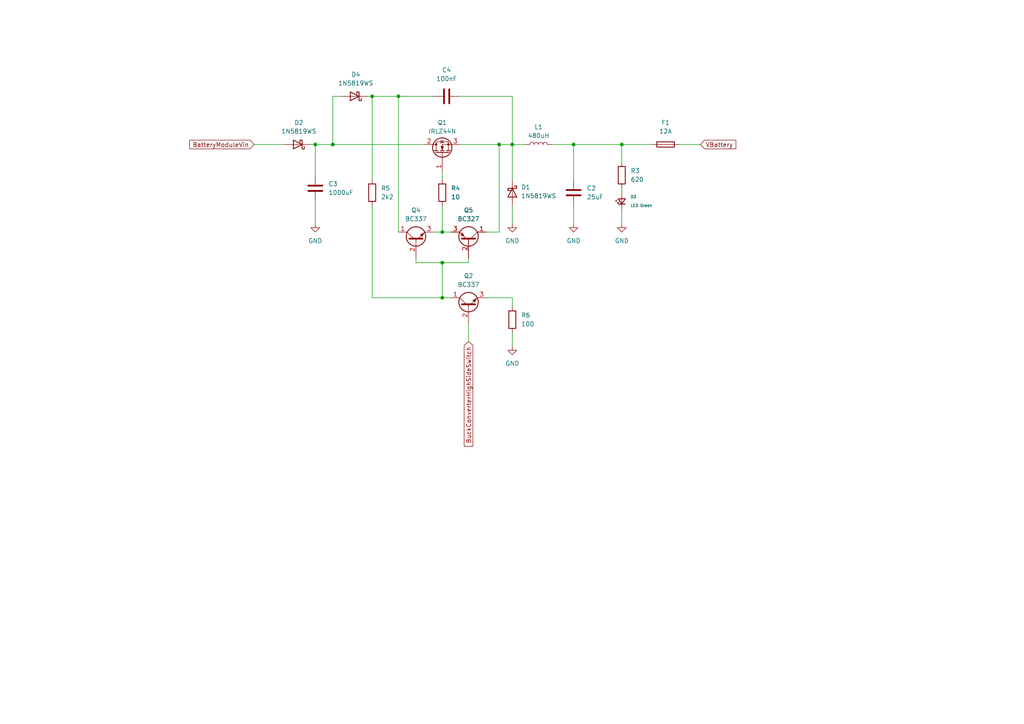
<source format=kicad_sch>
(kicad_sch (version 20231120) (generator "eeschema") (generator_version "8.0")
  (paper "A4")
  (lib_symbols
    (symbol "Device:C" (pin_numbers hide) (pin_names (offset 0.254))
      (property "Reference" "C" (at 0.635 2.54 0))
      (property "Value" "C" (at 0.635 -2.54 0))
      (symbol "C_0_1"
        (polyline (pts (xy -2.032 -0.762) (xy 2.032 -0.762)) (stroke (width 0.508)))
        (polyline (pts (xy -2.032 0.762) (xy 2.032 0.762)) (stroke (width 0.508)))
      )
      (symbol "C_1_1"
        (pin passive line (at 0 3.81 270) (length 2.794) (name "~") (number "1"))
        (pin passive line (at 0 -3.81 90) (length 2.794) (name "~") (number "2"))
      )
    )
    (symbol "Device:Fuse" (pin_numbers hide) (pin_names (offset 0))
      (property "Reference" "F" (at 2.032 0 90))
      (property "Value" "Fuse" (at -1.905 0 90))
      (symbol "Fuse_0_1"
        (rectangle (start -0.762 -2.54) (end 0.762 2.54) (stroke (width 0.254)))
        (polyline (pts (xy 0 2.54) (xy 0 -2.54)))
      )
      (symbol "Fuse_1_1"
        (pin passive line (at 0 3.81 270) (length 1.27) (name "~") (number "1"))
        (pin passive line (at 0 -3.81 90) (length 1.27) (name "~") (number "2"))
      )
    )
    (symbol "Device:L" (pin_numbers hide) (pin_names (offset 1.016) hide)
      (property "Reference" "L" (at -1.27 0 90))
      (property "Value" "L" (at 1.905 0 90))
      (symbol "L_0_1"
        (arc (start 0 -2.54) (mid 0.6323 -1.905) (end 0 -1.27))
        (arc (start 0 -1.27) (mid 0.6323 -0.635) (end 0 0))
        (arc (start 0 0) (mid 0.6323 0.635) (end 0 1.27))
        (arc (start 0 1.27) (mid 0.6323 1.905) (end 0 2.54))
      )
      (symbol "L_1_1"
        (pin passive line (at 0 3.81 270) (length 1.27) (name "1") (number "1"))
        (pin passive line (at 0 -3.81 90) (length 1.27) (name "2") (number "2"))
      )
    )
    (symbol "Device:LED_Small" (pin_numbers hide) (pin_names (offset 0.254) hide)
      (property "Reference" "D" (at -1.27 3.175 0))
      (property "Value" "LED_Small" (at -4.445 -2.54 0))
      (symbol "LED_Small_0_1"
        (polyline (pts (xy -0.762 -1.016) (xy -0.762 1.016)) (stroke (width 0.254)))
        (polyline (pts (xy 1.016 0) (xy -0.762 0)))
        (polyline (pts (xy 0.762 -1.016) (xy -0.762 0) (xy 0.762 1.016) (xy 0.762 -1.016)) (stroke (width 0.254)))
        (polyline (pts (xy 0 0.762) (xy -0.508 1.27) (xy -0.254 1.27) (xy -0.508 1.27) (xy -0.508 1.016)))
        (polyline (pts (xy 0.508 1.27) (xy 0 1.778) (xy 0.254 1.778) (xy 0 1.778) (xy 0 1.524)))
      )
      (symbol "LED_Small_1_1"
        (pin passive line (at -2.54 0 0) (length 1.778) (name "K") (number "1"))
        (pin passive line (at 2.54 0 180) (length 1.778) (name "A") (number "2"))
      )
    )
    (symbol "Device:R" (pin_numbers hide) (pin_names (offset 0))
      (property "Reference" "R" (at 2.032 0 90))
      (property "Value" "R" (at 0 0 90))
      (symbol "R_0_1"
        (rectangle (start -1.016 -2.54) (end 1.016 2.54) (stroke (width 0.254)))
      )
      (symbol "R_1_1"
        (pin passive line (at 0 3.81 270) (length 1.27) (name "~") (number "1"))
        (pin passive line (at 0 -3.81 90) (length 1.27) (name "~") (number "2"))
      )
    )
    (symbol "Diode:1N5819WS" (pin_numbers hide) (pin_names (offset 1.016) hide)
      (property "Reference" "D" (at 0 2.54 0))
      (property "Value" "1N5819WS" (at 0 -2.54 0))
      (symbol "1N5819WS_0_1"
        (polyline (pts (xy 1.27 0) (xy -1.27 0)))
        (polyline (pts (xy 1.27 1.27) (xy 1.27 -1.27) (xy -1.27 0) (xy 1.27 1.27)) (stroke (width 0.254)))
        (polyline (pts (xy -1.905 0.635) (xy -1.905 1.27) (xy -1.27 1.27) (xy -1.27 -1.27) (xy -0.635 -1.27) (xy -0.635 -0.635)) (stroke (width 0.254)))
      )
      (symbol "1N5819WS_1_1"
        (pin passive line (at -3.81 0 0) (length 2.54) (name "K") (number "1"))
        (pin passive line (at 3.81 0 180) (length 2.54) (name "A") (number "2"))
      )
    )
    (symbol "Transistor_BJT:BC327" (pin_names (offset 0) hide)
      (property "Reference" "Q" (at 5.08 1.905 0))
      (property "Value" "BC327" (at 5.08 0 0))
      (symbol "BC327_0_1"
        (polyline (pts (xy 0.635 0.635) (xy 2.54 2.54)))
        (polyline (pts (xy 0.635 -0.635) (xy 2.54 -2.54) (xy 2.54 -2.54)))
        (polyline (pts (xy 0.635 1.905) (xy 0.635 -1.905) (xy 0.635 -1.905)) (stroke (width 0.508)))
        (polyline (pts (xy 2.286 -1.778) (xy 1.778 -2.286) (xy 1.27 -1.27) (xy 2.286 -1.778) (xy 2.286 -1.778)) (fill (type outline)))
        (circle (center 1.27 0) (radius 2.8194) (stroke (width 0.254)))
      )
      (symbol "BC327_1_1"
        (pin passive line (at 2.54 5.08 270) (length 2.54) (name "C") (number "1"))
        (pin input line (at -5.08 0 0) (length 5.715) (name "B") (number "2"))
        (pin passive line (at 2.54 -5.08 90) (length 2.54) (name "E") (number "3"))
      )
    )
    (symbol "Transistor_BJT:BC337" (pin_names (offset 0) hide)
      (property "Reference" "Q" (at 5.08 1.905 0))
      (property "Value" "BC337" (at 5.08 0 0))
      (symbol "BC337_0_1"
        (polyline (pts (xy 0 0) (xy 0.635 0)))
        (polyline (pts (xy 0.635 0.635) (xy 2.54 2.54)))
        (polyline (pts (xy 0.635 -0.635) (xy 2.54 -2.54) (xy 2.54 -2.54)))
        (polyline (pts (xy 0.635 1.905) (xy 0.635 -1.905) (xy 0.635 -1.905)) (stroke (width 0.508)))
        (polyline (pts (xy 1.27 -1.778) (xy 1.778 -1.27) (xy 2.286 -2.286) (xy 1.27 -1.778) (xy 1.27 -1.778)) (fill (type outline)))
        (circle (center 1.27 0) (radius 2.8194) (stroke (width 0.254)))
      )
      (symbol "BC337_1_1"
        (pin passive line (at 2.54 5.08 270) (length 2.54) (name "C") (number "1"))
        (pin input line (at -5.08 0 0) (length 5.08) (name "B") (number "2"))
        (pin passive line (at 2.54 -5.08 90) (length 2.54) (name "E") (number "3"))
      )
    )
    (symbol "Transistor_FET:IRLZ44N" (pin_names hide)
      (property "Reference" "Q" (at 5.08 1.905 0))
      (property "Value" "IRLZ44N" (at 5.08 0 0))
      (symbol "IRLZ44N_0_1"
        (polyline (pts (xy 0.254 0) (xy -2.54 0)))
        (polyline (pts (xy 0.254 1.905) (xy 0.254 -1.905)) (stroke (width 0.254)))
        (polyline (pts (xy 0.762 -1.27) (xy 0.762 -2.286)) (stroke (width 0.254)))
        (polyline (pts (xy 0.762 0.508) (xy 0.762 -0.508)) (stroke (width 0.254)))
        (polyline (pts (xy 0.762 2.286) (xy 0.762 1.27)) (stroke (width 0.254)))
        (polyline (pts (xy 2.54 2.54) (xy 2.54 1.778)))
        (polyline (pts (xy 2.54 -2.54) (xy 2.54 0) (xy 0.762 0)))
        (polyline (pts (xy 0.762 -1.778) (xy 3.302 -1.778) (xy 3.302 1.778) (xy 0.762 1.778)))
        (polyline (pts (xy 1.016 0) (xy 2.032 0.381) (xy 2.032 -0.381) (xy 1.016 0)) (fill (type outline)))
        (polyline (pts (xy 2.794 0.508) (xy 2.921 0.381) (xy 3.683 0.381) (xy 3.81 0.254)))
        (polyline (pts (xy 3.302 0.381) (xy 2.921 -0.254) (xy 3.683 -0.254) (xy 3.302 0.381)))
        (circle (center 1.651 0) (radius 2.794) (stroke (width 0.254)))
        (circle (center 2.54 -1.778) (radius 0.254) (fill (type outline)))
        (circle (center 2.54 1.778) (radius 0.254) (fill (type outline)))
      )
      (symbol "IRLZ44N_1_1"
        (pin input line (at -5.08 0 0) (length 2.54) (name "G") (number "1"))
        (pin passive line (at 2.54 5.08 270) (length 2.54) (name "D") (number "2"))
        (pin passive line (at 2.54 -5.08 90) (length 2.54) (name "S") (number "3"))
      )
    )
    (symbol "power:GND" (power) (pin_numbers hide) (pin_names (offset 0) hide)
      (property "Value" "GND" (at 0 -3.81 0))
      (symbol "GND_0_1"
        (polyline (pts (xy 0 0) (xy 0 -1.27) (xy 1.27 -1.27) (xy 0 -2.54) (xy -1.27 -1.27) (xy 0 -1.27)))
      )
      (symbol "GND_1_1"
        (pin power_in line (at 0 0 270) (length 0) (name "~") (number "1"))
      )
    )
  )
  (junction (at 128.27 76.2))
  (junction (at 128.27 67.31))
  (junction (at 91.44 41.91))
  (junction (at 115.57 27.94))
  (junction (at 128.27 86.36))
  (junction (at 96.52 41.91))
  (junction (at 144.78 41.91))
  (junction (at 107.95 27.94))
  (junction (at 148.59 41.91))
  (junction (at 180.34 41.91))
  (junction (at 166.37 41.91))
  (wire (pts (xy 148.59 86.36) (xy 148.59 88.9)))
  (wire (pts (xy 180.34 60.96) (xy 180.34 64.77)))
  (wire (pts (xy 96.52 27.94) (xy 99.06 27.94)))
  (wire (pts (xy 166.37 41.91) (xy 180.34 41.91)))
  (wire (pts (xy 90.17 41.91) (xy 91.44 41.91)))
  (wire (pts (xy 148.59 27.94) (xy 148.59 41.91)))
  (wire (pts (xy 120.65 74.93) (xy 120.65 76.2)))
  (wire (pts (xy 148.59 100.33) (xy 148.59 96.52)))
  (wire (pts (xy 106.68 27.94) (xy 107.95 27.94)))
  (wire (pts (xy 140.97 86.36) (xy 148.59 86.36)))
  (wire (pts (xy 128.27 52.07) (xy 128.27 49.53)))
  (wire (pts (xy 115.57 27.94) (xy 125.73 27.94)))
  (wire (pts (xy 128.27 86.36) (xy 130.81 86.36)))
  (wire (pts (xy 91.44 41.91) (xy 96.52 41.91)))
  (wire (pts (xy 96.52 41.91) (xy 123.19 41.91)))
  (wire (pts (xy 196.85 41.91) (xy 203.2 41.91)))
  (wire (pts (xy 133.35 41.91) (xy 144.78 41.91)))
  (wire (pts (xy 144.78 67.31) (xy 144.78 41.91)))
  (wire (pts (xy 148.59 59.69) (xy 148.59 64.77)))
  (wire (pts (xy 107.95 86.36) (xy 128.27 86.36)))
  (wire (pts (xy 166.37 52.07) (xy 166.37 41.91)))
  (wire (pts (xy 180.34 41.91) (xy 180.34 46.99)))
  (wire (pts (xy 107.95 27.94) (xy 115.57 27.94)))
  (wire (pts (xy 91.44 41.91) (xy 91.44 50.8)))
  (wire (pts (xy 160.02 41.91) (xy 166.37 41.91)))
  (wire (pts (xy 128.27 67.31) (xy 130.81 67.31)))
  (wire (pts (xy 128.27 76.2) (xy 128.27 86.36)))
  (wire (pts (xy 135.89 76.2) (xy 135.89 74.93)))
  (wire (pts (xy 91.44 58.42) (xy 91.44 64.77)))
  (wire (pts (xy 166.37 59.69) (xy 166.37 64.77)))
  (wire (pts (xy 148.59 41.91) (xy 148.59 52.07)))
  (wire (pts (xy 125.73 67.31) (xy 128.27 67.31)))
  (wire (pts (xy 180.34 54.61) (xy 180.34 55.88)))
  (wire (pts (xy 107.95 59.69) (xy 107.95 86.36)))
  (wire (pts (xy 107.95 27.94) (xy 107.95 52.07)))
  (wire (pts (xy 120.65 76.2) (xy 128.27 76.2)))
  (wire (pts (xy 148.59 41.91) (xy 152.4 41.91)))
  (wire (pts (xy 73.66 41.91) (xy 82.55 41.91)))
  (wire (pts (xy 133.35 27.94) (xy 148.59 27.94)))
  (wire (pts (xy 140.97 67.31) (xy 144.78 67.31)))
  (wire (pts (xy 128.27 76.2) (xy 135.89 76.2)))
  (wire (pts (xy 180.34 41.91) (xy 189.23 41.91)))
  (wire (pts (xy 96.52 27.94) (xy 96.52 41.91)))
  (wire (pts (xy 128.27 59.69) (xy 128.27 67.31)))
  (wire (pts (xy 144.78 41.91) (xy 148.59 41.91)))
  (wire (pts (xy 135.89 93.98) (xy 135.89 99.06)))
  (wire (pts (xy 115.57 27.94) (xy 115.57 67.31)))
  (global_label "BatteryModuleVin" (shape input) (at 73.66 41.91 180) (property "Intersheetrefs" "${INTERSHEET_REFS}" (effects (hide yes))))
  (global_label "VBattery" (shape input) (at 203.2 41.91 0) (property "Intersheetrefs" "${INTERSHEET_REFS}" (effects (hide yes))))
  (global_label "BuckConverterHighSideSwitch" (shape input) (at 135.89 99.06 270) (property "Intersheetrefs" "${INTERSHEET_REFS}" (effects (hide yes))))
  (symbol (lib_id "Transistor_BJT:BC337") (at 135.89 88.9 90) (unit 1)
    (property "Reference" "Q2" (at 135.89 80.01 90))
    (property "Value" "BC337" (at 135.89 82.55 90))
    (property "Footprint" "Package_TO_SOT_THT:TO-92_Inline" (effects (hide yes)))
    (property "Datasheet" "https://diotec.com/tl_files/diotec/files/pdf/datasheets/bc337.pdf" (effects (hide yes)))
    (property "Description" "0.8A Ic, 45V Vce, NPN Transistor, TO-92" (effects (hide yes)))
  )
  (symbol (lib_id "Device:Fuse") (at 193.04 41.91 90) (unit 1)
    (property "Reference" "F1" (at 193.04 35.56 90))
    (property "Value" "12A" (at 193.04 38.1 90))
    (property "Description" "Fuse" (effects (hide yes)))
  )
  (symbol (lib_id "Device:R") (at 148.59 92.71 0) (unit 1)
    (property "Reference" "R6" (at 151.13 91.4399 0) (effects (justify left)))
    (property "Value" "100" (at 151.13 93.9799 0) (effects (justify left)))
    (property "Description" "Resistor" (effects (hide yes)))
  )
  (symbol (lib_id "power:GND") (at 148.59 100.33 0) (unit 1)
    (property "Reference" "#PWR06" (effects (hide yes)))
    (property "Value" "GND" (at 148.59 105.41 0))
    (property "Description" "Power symbol creates a global label with name \"GND\" , ground" (effects (hide yes)))
  )
  (symbol (lib_id "power:GND") (at 166.37 64.77 0) (unit 1)
    (property "Reference" "#PWR03" (effects (hide yes)))
    (property "Value" "GND" (at 166.37 69.85 0))
    (property "Description" "Power symbol creates a global label with name \"GND\" , ground" (effects (hide yes)))
  )
  (symbol (lib_id "Device:R") (at 180.34 50.8 0) (unit 1)
    (property "Reference" "R3" (at 182.88 49.5299 0) (effects (justify left)))
    (property "Value" "620" (at 182.88 52.0699 0) (effects (justify left)))
    (property "Description" "Resistor" (effects (hide yes)))
  )
  (symbol (lib_id "power:GND") (at 148.59 64.77 0) (unit 1)
    (property "Reference" "#PWR02" (effects (hide yes)))
    (property "Value" "GND" (at 148.59 69.85 0))
    (property "Description" "Power symbol creates a global label with name \"GND\" , ground" (effects (hide yes)))
  )
  (symbol (lib_id "Diode:1N5819WS") (at 102.87 27.94 180) (unit 1)
    (property "Reference" "D4" (at 103.1875 21.59 0))
    (property "Value" "1N5819WS" (at 103.1875 24.13 0))
    (property "Footprint" "Diode_SMD:D_SOD-323" (effects (hide yes)))
    (property "Datasheet" "https://datasheet.lcsc.com/lcsc/2204281430_Guangdong-Hottech-1N5819WS_C191023.pdf" (effects (hide yes)))
    (property "Description" "40V 600mV@1A 1A SOD-323 Schottky Barrier Diodes, SOD-323" (effects (hide yes)))
  )
  (symbol (lib_id "Diode:1N5819WS") (at 86.36 41.91 180) (unit 1)
    (property "Reference" "D2" (at 86.6775 35.56 0))
    (property "Value" "1N5819WS" (at 86.6775 38.1 0))
    (property "Footprint" "Diode_SMD:D_SOD-323" (effects (hide yes)))
    (property "Datasheet" "https://datasheet.lcsc.com/lcsc/2204281430_Guangdong-Hottech-1N5819WS_C191023.pdf" (effects (hide yes)))
    (property "Description" "40V 600mV@1A 1A SOD-323 Schottky Barrier Diodes, SOD-323" (effects (hide yes)))
  )
  (symbol (lib_id "Transistor_BJT:BC337") (at 120.65 69.85 90) (unit 1)
    (property "Reference" "Q4" (at 120.65 60.96 90))
    (property "Value" "BC337" (at 120.65 63.5 90))
    (property "Footprint" "Package_TO_SOT_THT:TO-92_Inline" (effects (hide yes)))
    (property "Datasheet" "https://diotec.com/tl_files/diotec/files/pdf/datasheets/bc337.pdf" (effects (hide yes)))
    (property "Description" "0.8A Ic, 45V Vce, NPN Transistor, TO-92" (effects (hide yes)))
  )
  (symbol (lib_id "Transistor_BJT:BC327") (at 135.89 69.85 270) (mirror x) (unit 1)
    (property "Reference" "Q5" (at 135.89 60.96 90))
    (property "Value" "BC327" (at 135.89 63.5 90))
    (property "Footprint" "Package_TO_SOT_THT:TO-92_Inline" (effects (hide yes)))
    (property "Datasheet" "http://www.onsemi.com/pub_link/Collateral/BC327-D.PDF" (effects (hide yes)))
    (property "Description" "0.8A Ic, 45V Vce, PNP Transistor, TO-92" (effects (hide yes)))
  )
  (symbol (lib_id "Device:C") (at 166.37 55.88 0) (unit 1)
    (property "Reference" "C2" (at 170.18 54.6099 0) (effects (justify left)))
    (property "Value" "25uF" (at 170.18 57.1499 0) (effects (justify left)))
    (property "Description" "Unpolarized capacitor" (effects (hide yes)))
  )
  (symbol (lib_id "Device:C") (at 129.54 27.94 90) (unit 1)
    (property "Reference" "C4" (at 129.54 20.32 90))
    (property "Value" "100nF" (at 129.54 22.86 90))
    (property "Description" "Unpolarized capacitor" (effects (hide yes)))
  )
  (symbol (lib_id "Device:LED_Small") (at 180.34 58.42 90) (unit 1)
    (property "Reference" "D3" (at 182.88 57.0865 90) (effects (font (size 0.8 0.8)) (justify right)))
    (property "Value" "LED Green" (at 182.88 59.6265 90) (effects (font (size 0.8 0.8)) (justify right)))
    (property "Footprint" "LED_SMD:LED_0805_2012Metric" (effects (hide yes)))
    (property "Description" "Light emitting diode, small symbol" (effects (hide yes)))
  )
  (symbol (lib_id "power:GND") (at 91.44 64.77 0) (unit 1)
    (property "Reference" "#PWR05" (effects (hide yes)))
    (property "Value" "GND" (at 91.44 69.85 0))
    (property "Description" "Power symbol creates a global label with name \"GND\" , ground" (effects (hide yes)))
  )
  (symbol (lib_id "Transistor_FET:IRLZ44N") (at 128.27 44.45 90) (unit 1)
    (property "Reference" "Q1" (at 128.27 35.56 90))
    (property "Value" "IRLZ44N" (at 128.27 38.1 90))
    (property "Footprint" "Package_TO_SOT_THT:TO-220-3_Vertical" (effects (hide yes)))
    (property "Datasheet" "http://www.irf.com/product-info/datasheets/data/irlz44n.pdf" (effects (hide yes)))
    (property "Description" "47A Id, 55V Vds, 22mOhm Rds Single N-Channel HEXFET Power MOSFET, TO-220AB" (effects (hide yes)))
  )
  (symbol (lib_id "Device:L") (at 156.21 41.91 90) (unit 1)
    (property "Reference" "L1" (at 156.21 36.83 90))
    (property "Value" "480uH" (at 156.21 39.37 90))
    (property "Description" "Inductor" (effects (hide yes)))
  )
  (symbol (lib_id "Device:R") (at 128.27 55.88 0) (unit 1)
    (property "Reference" "R4" (at 130.81 54.6099 0) (effects (justify left)))
    (property "Value" "10" (at 130.81 57.1499 0) (effects (justify left)))
    (property "Description" "Resistor" (effects (hide yes)))
  )
  (symbol (lib_id "Device:C") (at 91.44 54.61 0) (unit 1)
    (property "Reference" "C3" (at 95.25 53.3399 0) (effects (justify left)))
    (property "Value" "1000uF" (at 95.25 55.8799 0) (effects (justify left)))
    (property "Description" "Unpolarized capacitor" (effects (hide yes)))
  )
  (symbol (lib_id "power:GND") (at 180.34 64.77 0) (unit 1)
    (property "Reference" "#PWR04" (effects (hide yes)))
    (property "Value" "GND" (at 180.34 69.85 0))
    (property "Description" "Power symbol creates a global label with name \"GND\" , ground" (effects (hide yes)))
  )
  (symbol (lib_id "Device:R") (at 107.95 55.88 0) (unit 1)
    (property "Reference" "R5" (at 110.49 54.6099 0) (effects (justify left)))
    (property "Value" "2k2" (at 110.49 57.1499 0) (effects (justify left)))
    (property "Description" "Resistor" (effects (hide yes)))
  )
  (symbol (lib_id "Diode:1N5819WS") (at 148.59 55.88 270) (unit 1)
    (property "Reference" "D1" (at 151.13 54.2924 90) (effects (justify left)))
    (property "Value" "1N5819WS" (at 151.13 56.8324 90) (effects (justify left)))
    (property "Footprint" "Diode_SMD:D_SOD-323" (effects (hide yes)))
    (property "Datasheet" "https://datasheet.lcsc.com/lcsc/2204281430_Guangdong-Hottech-1N5819WS_C191023.pdf" (effects (hide yes)))
    (property "Description" "40V 600mV@1A 1A SOD-323 Schottky Barrier Diodes, SOD-323" (effects (hide yes)))
  )
)
</source>
